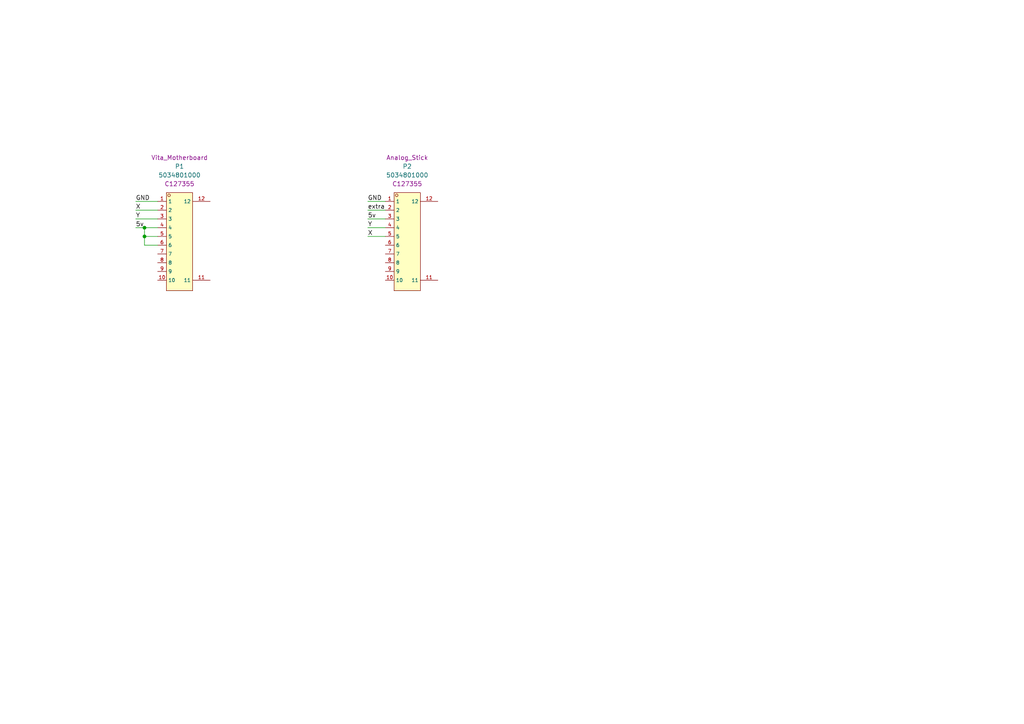
<source format=kicad_sch>
(kicad_sch (version 20230121) (generator eeschema)
  (paper "A4")
  (lib_symbols
    (symbol "JLCPCB_schematic:5034801000"
      (property "Reference" "P" (at 0 1.27 0))
      (property "Value" "5034801000" (at 0 -2.54 0))
      (property "LCSC" "C127355" (at 0 0 0))
      (symbol "5034801000_0_0"
        (rectangle (start 0 2.54) (end 7.62 -25.908) (fill (type background)))
        (circle (center 0.762 1.778) (radius 0.381) (fill (type background)))
        (pin unspecified line (at -2.54 0 0) (length 2.54) (name "1") (number "1"))
        (pin unspecified line (at -2.54 -22.86 0) (length 2.54) (name "10") (number "10"))
        (pin unspecified line (at 12.7 -22.86 180) (length 5.08) (name "11") (number "11"))
        (pin unspecified line (at 12.7 0 180) (length 5.08) (name "12") (number "12"))
        (pin unspecified line (at -2.54 -2.54 0) (length 2.54) (name "2") (number "2"))
        (pin unspecified line (at -2.54 -5.08 0) (length 2.54) (name "3") (number "3"))
        (pin unspecified line (at -2.54 -7.62 0) (length 2.54) (name "4") (number "4"))
        (pin unspecified line (at -2.54 -10.16 0) (length 2.54) (name "5") (number "5"))
        (pin unspecified line (at -2.54 -12.7 0) (length 2.54) (name "6") (number "6"))
        (pin unspecified line (at -2.54 -15.24 0) (length 2.54) (name "7") (number "7"))
        (pin unspecified line (at -2.54 -17.78 0) (length 2.54) (name "8") (number "8"))
        (pin unspecified line (at -2.54 -20.32 0) (length 2.54) (name "9") (number "9"))
      )
    )
  )
  (junction (at 41.91 66.04))
  (junction (at 41.91 68.58))
  (wire (pts (xy 106.68 63.5) (xy 111.76 63.5)))
  (wire (pts (xy 106.68 60.96) (xy 111.76 60.96)))
  (wire (pts (xy 106.68 58.42) (xy 111.76 58.42)))
  (wire (pts (xy 41.91 71.12) (xy 41.91 68.58)))
  (wire (pts (xy 45.72 71.12) (xy 41.91 71.12)))
  (wire (pts (xy 41.91 68.58) (xy 41.91 66.04)))
  (wire (pts (xy 41.91 66.04) (xy 45.72 66.04)))
  (wire (pts (xy 39.37 60.96) (xy 45.72 60.96)))
  (wire (pts (xy 45.72 68.58) (xy 41.91 68.58)))
  (wire (pts (xy 39.37 58.42) (xy 45.72 58.42)))
  (wire (pts (xy 106.68 66.04) (xy 111.76 66.04)))
  (wire (pts (xy 106.68 68.58) (xy 111.76 68.58)))
  (wire (pts (xy 39.37 63.5) (xy 45.72 63.5)))
  (wire (pts (xy 39.37 66.04) (xy 41.91 66.04)))
  (label "5v" (at 39.37 66.04 0))
  (label "X" (at 106.68 68.58 0))
  (label "Y" (at 106.68 66.04 0))
  (label "GND" (at 106.68 58.42 0))
  (label "extra" (at 106.68 60.96 0))
  (label "X" (at 39.37 60.96 0))
  (label "5v" (at 106.68 63.5 0))
  (label "Y" (at 39.37 63.5 0))
  (label "GND" (at 39.37 58.42 0))
  (symbol (lib_id "JLCPCB_schematic:5034801000") (at 48.26 58.42 0) (unit 1)
    (property "Reference" "P1" (at 52.07 48.26 0))
    (property "Value" "5034801000" (at 52.07 50.8 0))
    (property "Footprint" "JLCPCB_footprint:FPC-SMD_5034801000" (effects hide))
    (property "Datasheet" "https://item.szlcsc.com/138637.html" (effects hide))
    (property "LCSC" "C127355" (at 52.07 53.34 0))
    (property "Usage" "Vita_Motherboard" (at 52.07 45.72 0))
  )
  (symbol (lib_id "JLCPCB_schematic:5034801000") (at 114.3 58.42 0) (unit 1)
    (property "Reference" "P2" (at 118.11 48.26 0))
    (property "Value" "5034801000" (at 118.11 50.8 0))
    (property "Footprint" "JLCPCB_footprint:FPC-SMD_5034801000" (effects hide))
    (property "Datasheet" "https://item.szlcsc.com/138637.html" (effects hide))
    (property "LCSC" "C127355" (at 118.11 53.34 0))
    (property "Usage" "Analog_Stick" (at 118.11 45.72 0))
  )
)
</source>
